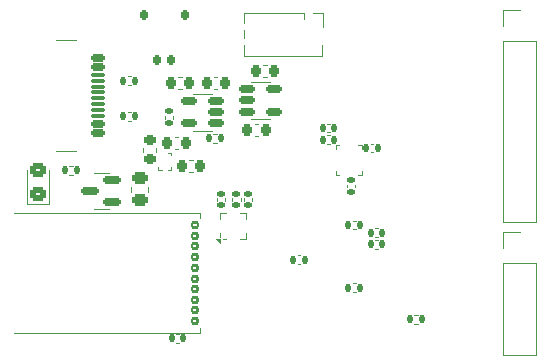
<source format=gbr>
%TF.GenerationSoftware,KiCad,Pcbnew,9.0.1+1*%
%TF.CreationDate,2025-09-07T08:19:20+00:00*%
%TF.ProjectId,ZSWatch-Heartrate-DevKit,5a535761-7463-4682-9d48-656172747261,1.3.0*%
%TF.SameCoordinates,Original*%
%TF.FileFunction,Legend,Top*%
%TF.FilePolarity,Positive*%
%FSLAX46Y46*%
G04 Gerber Fmt 4.6, Leading zero omitted, Abs format (unit mm)*
G04 Created by KiCad (PCBNEW 9.0.1+1) date 2025-09-07 08:19:20*
%MOMM*%
%LPD*%
G01*
G04 APERTURE LIST*
G04 Aperture macros list*
%AMRoundRect*
0 Rectangle with rounded corners*
0 $1 Rounding radius*
0 $2 $3 $4 $5 $6 $7 $8 $9 X,Y pos of 4 corners*
0 Add a 4 corners polygon primitive as box body*
4,1,4,$2,$3,$4,$5,$6,$7,$8,$9,$2,$3,0*
0 Add four circle primitives for the rounded corners*
1,1,$1+$1,$2,$3*
1,1,$1+$1,$4,$5*
1,1,$1+$1,$6,$7*
1,1,$1+$1,$8,$9*
0 Add four rect primitives between the rounded corners*
20,1,$1+$1,$2,$3,$4,$5,0*
20,1,$1+$1,$4,$5,$6,$7,0*
20,1,$1+$1,$6,$7,$8,$9,0*
20,1,$1+$1,$8,$9,$2,$3,0*%
%AMOutline4P*
0 Free polygon, 4 corners , with rotation*
0 The origin of the aperture is its center*
0 number of corners: always 4*
0 $1 to $8 corner X, Y*
0 $9 Rotation angle, in degrees counterclockwise*
0 create outline with 4 corners*
4,1,4,$1,$2,$3,$4,$5,$6,$7,$8,$1,$2,$9*%
G04 Aperture macros list end*
%ADD10C,0.100000*%
%ADD11C,0.120000*%
%ADD12RoundRect,0.225000X-0.225000X-0.250000X0.225000X-0.250000X0.225000X0.250000X-0.225000X0.250000X0*%
%ADD13RoundRect,0.140000X-0.140000X-0.170000X0.140000X-0.170000X0.140000X0.170000X-0.140000X0.170000X0*%
%ADD14RoundRect,0.140000X0.170000X-0.140000X0.170000X0.140000X-0.170000X0.140000X-0.170000X-0.140000X0*%
%ADD15RoundRect,0.250000X0.450000X-0.262500X0.450000X0.262500X-0.450000X0.262500X-0.450000X-0.262500X0*%
%ADD16C,0.330000*%
%ADD17C,0.650000*%
%ADD18RoundRect,0.150000X-0.425000X0.150000X-0.425000X-0.150000X0.425000X-0.150000X0.425000X0.150000X0*%
%ADD19RoundRect,0.075000X-0.500000X0.075000X-0.500000X-0.075000X0.500000X-0.075000X0.500000X0.075000X0*%
%ADD20O,2.100000X1.000000*%
%ADD21O,1.800000X1.000000*%
%ADD22RoundRect,0.135000X0.135000X0.185000X-0.135000X0.185000X-0.135000X-0.185000X0.135000X-0.185000X0*%
%ADD23R,1.700000X1.700000*%
%ADD24C,1.700000*%
%ADD25RoundRect,0.135000X0.185000X-0.135000X0.185000X0.135000X-0.185000X0.135000X-0.185000X-0.135000X0*%
%ADD26RoundRect,0.140000X0.140000X0.170000X-0.140000X0.170000X-0.140000X-0.170000X0.140000X-0.170000X0*%
%ADD27R,1.000000X1.000000*%
%ADD28C,1.000000*%
%ADD29RoundRect,0.250000X0.450000X-0.325000X0.450000X0.325000X-0.450000X0.325000X-0.450000X-0.325000X0*%
%ADD30R,1.140000X0.575000*%
%ADD31R,0.200000X0.700000*%
%ADD32Outline4P,-0.360000X-0.180000X0.360000X-0.180000X0.000000X0.180000X0.000000X0.180000X315.000000*%
%ADD33R,0.700000X0.200000*%
%ADD34Outline4P,-0.360000X-0.180000X0.360000X-0.180000X0.000000X0.180000X0.000000X0.180000X45.000000*%
%ADD35Outline4P,-0.360000X-0.180000X0.360000X-0.180000X0.000000X0.180000X0.000000X0.180000X135.000000*%
%ADD36Outline4P,-0.360000X-0.180000X0.360000X-0.180000X0.000000X0.180000X0.000000X0.180000X225.000000*%
%ADD37R,1.701800X1.701800*%
%ADD38RoundRect,0.150000X0.587500X0.150000X-0.587500X0.150000X-0.587500X-0.150000X0.587500X-0.150000X0*%
%ADD39R,1.300000X1.500000*%
%ADD40R,0.350000X0.375000*%
%ADD41R,0.375000X0.350000*%
%ADD42RoundRect,0.150000X-0.512500X-0.150000X0.512500X-0.150000X0.512500X0.150000X-0.512500X0.150000X0*%
%ADD43RoundRect,0.303200X-0.000010X-0.000010X0.000010X-0.000010X0.000010X0.000010X-0.000010X0.000010X0*%
%ADD44RoundRect,0.304800X-0.000010X-0.000010X0.000010X-0.000010X0.000010X0.000010X-0.000010X0.000010X0*%
%ADD45RoundRect,0.101600X-0.228600X-0.203200X0.228600X-0.203200X0.228600X0.203200X-0.228600X0.203200X0*%
%ADD46RoundRect,0.101600X-0.231500X-0.203200X0.231500X-0.203200X0.231500X0.203200X-0.231500X0.203200X0*%
%ADD47RoundRect,0.225000X0.225000X0.250000X-0.225000X0.250000X-0.225000X-0.250000X0.225000X-0.250000X0*%
%ADD48RoundRect,0.140000X-0.170000X0.140000X-0.170000X-0.140000X0.170000X-0.140000X0.170000X0.140000X0*%
%ADD49RoundRect,0.135000X-0.135000X-0.185000X0.135000X-0.185000X0.135000X0.185000X-0.135000X0.185000X0*%
%ADD50RoundRect,0.150000X0.512500X0.150000X-0.512500X0.150000X-0.512500X-0.150000X0.512500X-0.150000X0*%
%ADD51RoundRect,0.218750X-0.256250X0.218750X-0.256250X-0.218750X0.256250X-0.218750X0.256250X0.218750X0*%
%ADD52RoundRect,0.150000X0.150000X0.275000X-0.150000X0.275000X-0.150000X-0.275000X0.150000X-0.275000X0*%
%ADD53RoundRect,0.175000X0.175000X0.225000X-0.175000X0.225000X-0.175000X-0.225000X0.175000X-0.225000X0*%
%ADD54C,0.290000*%
G04 APERTURE END LIST*
D10*
X196200000Y-150375000D02*
X196200000Y-150125000D01*
X198100000Y-164125000D02*
X182850000Y-164125000D01*
X195950000Y-148875000D02*
X196200000Y-148875000D01*
X195100000Y-150075000D02*
X195100000Y-150375000D01*
X198100000Y-154025000D02*
X182850000Y-154025000D01*
X196200000Y-149075000D02*
X196200000Y-148875000D01*
X195100000Y-150375000D02*
X195400000Y-150375000D01*
X195950000Y-150375000D02*
X196200000Y-150375000D01*
D11*
%TO.C,C401*%
X196484420Y-147515000D02*
X196765580Y-147515000D01*
X196484420Y-148535000D02*
X196765580Y-148535000D01*
%TO.C,C412*%
X213072164Y-148115000D02*
X213287836Y-148115000D01*
X213072164Y-148835000D02*
X213287836Y-148835000D01*
%TO.C,C416*%
X200040000Y-152747164D02*
X200040000Y-152962836D01*
X200760000Y-152747164D02*
X200760000Y-152962836D01*
%TO.C,R403*%
X192775000Y-152202064D02*
X192775000Y-151747936D01*
X194245000Y-152202064D02*
X194245000Y-151747936D01*
%TO.C,X401*%
X186425000Y-139360000D02*
X188125000Y-139360000D01*
X186425000Y-148700000D02*
X188125000Y-148700000D01*
%TO.C,R401*%
X187853641Y-149970000D02*
X187546359Y-149970000D01*
X187853641Y-150730000D02*
X187546359Y-150730000D01*
%TO.C,R409*%
X211853641Y-154620000D02*
X211546359Y-154620000D01*
X211853641Y-155380000D02*
X211546359Y-155380000D01*
%TO.C,J402*%
X224320000Y-136755000D02*
X225700000Y-136755000D01*
X224320000Y-138135000D02*
X224320000Y-136755000D01*
X224320000Y-139405000D02*
X224320000Y-154755000D01*
X224320000Y-139405000D02*
X227080000Y-139405000D01*
X224320000Y-154755000D02*
X227080000Y-154755000D01*
X227080000Y-139405000D02*
X227080000Y-154755000D01*
%TO.C,C410*%
X213472164Y-155290000D02*
X213687836Y-155290000D01*
X213472164Y-156010000D02*
X213687836Y-156010000D01*
%TO.C,R406*%
X195620000Y-146043641D02*
X195620000Y-145736359D01*
X196380000Y-146043641D02*
X196380000Y-145736359D01*
%TO.C,C411*%
X201340000Y-152747164D02*
X201340000Y-152962836D01*
X202060000Y-152747164D02*
X202060000Y-152962836D01*
%TO.C,C408*%
X213462164Y-156290000D02*
X213677836Y-156290000D01*
X213462164Y-157010000D02*
X213677836Y-157010000D01*
%TO.C,C409*%
X207107836Y-157565000D02*
X206892164Y-157565000D01*
X207107836Y-158285000D02*
X206892164Y-158285000D01*
%TO.C,J401*%
X224320000Y-155595000D02*
X225700000Y-155595000D01*
X224320000Y-156975000D02*
X224320000Y-155595000D01*
X224320000Y-158245000D02*
X224320000Y-165975000D01*
X224320000Y-158245000D02*
X227080000Y-158245000D01*
X224320000Y-165975000D02*
X227080000Y-165975000D01*
X227080000Y-158245000D02*
X227080000Y-165975000D01*
%TO.C,X403*%
X202375000Y-137020000D02*
X202375000Y-137882077D01*
X202375000Y-138517923D02*
X202375000Y-139152077D01*
X202375000Y-139787923D02*
X202375000Y-140650000D01*
X207390000Y-137020000D02*
X202375000Y-137020000D01*
X207390000Y-137020000D02*
X207390000Y-137533292D01*
X208200000Y-137020000D02*
X209010000Y-137020000D01*
X208945000Y-139787923D02*
X208945000Y-140650000D01*
X208945000Y-140650000D02*
X202375000Y-140650000D01*
X209010000Y-137020000D02*
X209010000Y-138200000D01*
%TO.C,D401*%
X183940000Y-150375000D02*
X183940000Y-153235000D01*
X183940000Y-153235000D02*
X185860000Y-153235000D01*
X185860000Y-153235000D02*
X185860000Y-150375000D01*
%TO.C,C417*%
X209607836Y-146415000D02*
X209392164Y-146415000D01*
X209607836Y-147135000D02*
X209392164Y-147135000D01*
%TO.C,Q401*%
X190262500Y-150565000D02*
X189612500Y-150565000D01*
X190262500Y-150565000D02*
X190912500Y-150565000D01*
X190262500Y-153685000D02*
X189612500Y-153685000D01*
X190262500Y-153685000D02*
X190912500Y-153685000D01*
%TO.C,C406*%
X196807836Y-164240000D02*
X196592164Y-164240000D01*
X196807836Y-164960000D02*
X196592164Y-164960000D01*
%TO.C,R405*%
X192803641Y-145400000D02*
X192496359Y-145400000D01*
X192803641Y-146160000D02*
X192496359Y-146160000D01*
%TO.C,IC406*%
X200337500Y-154005000D02*
X200337500Y-154505000D01*
X200337500Y-156005000D02*
X200337500Y-155705000D01*
X200337500Y-156205000D02*
X200337500Y-156205000D01*
X200537500Y-156205000D02*
X200837500Y-156205000D01*
X200837500Y-154005000D02*
X200337500Y-154005000D01*
X200837500Y-154005000D02*
X200837500Y-154005000D01*
X202037500Y-156205000D02*
X202037500Y-156205000D01*
X202037500Y-156205000D02*
X202537500Y-156205000D01*
X202537500Y-154005000D02*
X202037500Y-154005000D01*
X202537500Y-154505000D02*
X202537500Y-154005000D01*
X202537500Y-154505000D02*
X202537500Y-154505000D01*
X202537500Y-156205000D02*
X202537500Y-155705000D01*
X200337500Y-156565000D02*
X199977500Y-156205000D01*
X200337500Y-156205000D01*
X200337500Y-156565000D01*
G36*
X200337500Y-156565000D02*
G01*
X199977500Y-156205000D01*
X200337500Y-156205000D01*
X200337500Y-156565000D01*
G37*
%TO.C,C414*%
X202340000Y-152747164D02*
X202340000Y-152962836D01*
X203060000Y-152747164D02*
X203060000Y-152962836D01*
%TO.C,IC401*%
X203762500Y-142890000D02*
X202962500Y-142890000D01*
X203762500Y-142890000D02*
X204562500Y-142890000D01*
X203762500Y-146010000D02*
X202962500Y-146010000D01*
X203762500Y-146010000D02*
X204562500Y-146010000D01*
D10*
%TO.C,M401*%
X198200000Y-154025000D02*
X198600000Y-154025000D01*
X198200000Y-164125000D02*
X198600000Y-164125000D01*
X198600000Y-154025000D02*
X198600000Y-154425000D01*
X198600000Y-164125000D02*
X198600000Y-163725000D01*
D11*
%TO.C,R407*%
X200053641Y-147295000D02*
X199746359Y-147295000D01*
X200053641Y-148055000D02*
X199746359Y-148055000D01*
%TO.C,C404*%
X204265580Y-141440000D02*
X203984420Y-141440000D01*
X204265580Y-142460000D02*
X203984420Y-142460000D01*
%TO.C,C407*%
X199809420Y-142440000D02*
X200090580Y-142440000D01*
X199809420Y-143460000D02*
X200090580Y-143460000D01*
%TO.C,C413*%
X211040000Y-151587164D02*
X211040000Y-151802836D01*
X211760000Y-151587164D02*
X211760000Y-151802836D01*
%TO.C,R402*%
X217053641Y-162595000D02*
X216746359Y-162595000D01*
X217053641Y-163355000D02*
X216746359Y-163355000D01*
%TO.C,C415*%
X209607836Y-147415000D02*
X209392164Y-147415000D01*
X209607836Y-148135000D02*
X209392164Y-148135000D01*
%TO.C,R404*%
X192496359Y-142400000D02*
X192803641Y-142400000D01*
X192496359Y-143160000D02*
X192803641Y-143160000D01*
%TO.C,IC403*%
X198837500Y-143890000D02*
X198037500Y-143890000D01*
X198837500Y-143890000D02*
X199637500Y-143890000D01*
X198837500Y-147010000D02*
X198037500Y-147010000D01*
X198837500Y-147010000D02*
X199637500Y-147010000D01*
%TO.C,L401*%
X193840000Y-148462221D02*
X193840000Y-148787779D01*
X194860000Y-148462221D02*
X194860000Y-148787779D01*
%TO.C,R408*%
X211546359Y-159920000D02*
X211853641Y-159920000D01*
X211546359Y-160680000D02*
X211853641Y-160680000D01*
%TO.C,C403*%
X197734420Y-149515000D02*
X198015580Y-149515000D01*
X197734420Y-150535000D02*
X198015580Y-150535000D01*
D10*
%TO.C,IC405*%
X210100000Y-148225000D02*
X210100000Y-148525000D01*
X210100000Y-150725000D02*
X210100000Y-150425000D01*
X210400000Y-148225000D02*
X210100000Y-148225000D01*
X210400000Y-150725000D02*
X210100000Y-150725000D01*
X212000000Y-148225000D02*
X212300000Y-148225000D01*
X212000000Y-150725000D02*
X212300000Y-150725000D01*
X212300000Y-148225000D02*
X212300000Y-148525000D01*
X212300000Y-150725000D02*
X212300000Y-150425000D01*
D11*
%TO.C,C402*%
X203259420Y-146440000D02*
X203540580Y-146440000D01*
X203259420Y-147460000D02*
X203540580Y-147460000D01*
%TO.C,C405*%
X197065580Y-142440000D02*
X196784420Y-142440000D01*
X197065580Y-143460000D02*
X196784420Y-143460000D01*
%TD*%
%LPC*%
D12*
%TO.C,C401*%
X195850000Y-148025000D03*
X197400000Y-148025000D03*
%TD*%
D13*
%TO.C,C412*%
X212700000Y-148475000D03*
X213660000Y-148475000D03*
%TD*%
D14*
%TO.C,C416*%
X200400000Y-153335000D03*
X200400000Y-152375000D03*
%TD*%
D15*
%TO.C,R403*%
X193510000Y-152887500D03*
X193510000Y-151062500D03*
%TD*%
D16*
%TO.C,IC402*%
X195450000Y-149225000D03*
X195850000Y-149225000D03*
X195450000Y-149625000D03*
X195850000Y-149625000D03*
X195450000Y-150025000D03*
X195850000Y-150025000D03*
%TD*%
D17*
%TO.C,X401*%
X188930000Y-141140000D03*
X188930000Y-146920000D03*
D18*
X190005000Y-140830000D03*
X190005000Y-141630000D03*
D19*
X190005000Y-142780000D03*
X190005000Y-143780000D03*
X190005000Y-144280000D03*
X190005000Y-145280000D03*
D18*
X190005000Y-146430000D03*
X190005000Y-147230000D03*
X190005000Y-147230000D03*
X190005000Y-146430000D03*
D19*
X190005000Y-145780000D03*
X190005000Y-144780000D03*
X190005000Y-143280000D03*
X190005000Y-142280000D03*
D18*
X190005000Y-141630000D03*
X190005000Y-140830000D03*
D20*
X189430000Y-139710000D03*
D21*
X185250000Y-139710000D03*
D20*
X189430000Y-148350000D03*
D21*
X185250000Y-148350000D03*
%TD*%
D22*
%TO.C,R401*%
X188210000Y-150350000D03*
X187190000Y-150350000D03*
%TD*%
%TO.C,R409*%
X212210000Y-155000000D03*
X211190000Y-155000000D03*
%TD*%
D23*
%TO.C,J402*%
X225700000Y-138135000D03*
D24*
X225700000Y-140675000D03*
X225700000Y-143215000D03*
X225700000Y-145755000D03*
X225700000Y-148295000D03*
X225700000Y-150835000D03*
X225700000Y-153375000D03*
%TD*%
D13*
%TO.C,C410*%
X213100000Y-155650000D03*
X214060000Y-155650000D03*
%TD*%
D25*
%TO.C,R406*%
X196000000Y-146400000D03*
X196000000Y-145380000D03*
%TD*%
D14*
%TO.C,C411*%
X201700000Y-153335000D03*
X201700000Y-152375000D03*
%TD*%
D13*
%TO.C,C408*%
X213090000Y-156650000D03*
X214050000Y-156650000D03*
%TD*%
D26*
%TO.C,C409*%
X207480000Y-157925000D03*
X206520000Y-157925000D03*
%TD*%
D23*
%TO.C,J401*%
X225700000Y-156975000D03*
D24*
X225700000Y-159515000D03*
X225700000Y-162055000D03*
X225700000Y-164595000D03*
%TD*%
D27*
%TO.C,X403*%
X208200000Y-138200000D03*
D28*
X208200000Y-139470000D03*
X206930000Y-138200000D03*
X206930000Y-139470000D03*
X205660000Y-138200000D03*
X205660000Y-139470000D03*
X204390000Y-138200000D03*
X204390000Y-139470000D03*
X203120000Y-138200000D03*
X203120000Y-139470000D03*
%TD*%
D29*
%TO.C,D401*%
X184900000Y-152400000D03*
X184900000Y-150350000D03*
%TD*%
D30*
%TO.C,Y401*%
X213500000Y-158687500D03*
X213500000Y-157862500D03*
%TD*%
D26*
%TO.C,C417*%
X209980000Y-146775000D03*
X209020000Y-146775000D03*
%TD*%
D31*
%TO.C,IC404*%
X209230000Y-159050000D03*
D32*
X209010000Y-159020000D03*
D33*
X208980000Y-158800000D03*
D31*
X209630000Y-159050000D03*
X210030000Y-159050000D03*
X210430000Y-159050000D03*
X210830000Y-159050000D03*
X211230000Y-159050000D03*
X211630000Y-159050000D03*
D34*
X211850000Y-159020000D03*
D33*
X211880000Y-158800000D03*
X211880000Y-158400000D03*
X211880000Y-158000000D03*
X211880000Y-157600000D03*
X211880000Y-157200000D03*
X211880000Y-156800000D03*
X211880000Y-156400000D03*
D35*
X211850000Y-156180000D03*
D31*
X211630000Y-156150000D03*
X211230000Y-156150000D03*
X210830000Y-156150000D03*
X210430000Y-156150000D03*
X210030000Y-156150000D03*
X209630000Y-156150000D03*
D33*
X208980000Y-156400000D03*
D36*
X209010000Y-156180000D03*
D31*
X209230000Y-156150000D03*
D33*
X208980000Y-156800000D03*
X208980000Y-157200000D03*
X208980000Y-157600000D03*
X208980000Y-158000000D03*
X208980000Y-158400000D03*
D37*
X210430000Y-157600000D03*
%TD*%
D38*
%TO.C,Q401*%
X191200000Y-153075000D03*
X191200000Y-151175000D03*
X189325000Y-152125000D03*
%TD*%
D26*
%TO.C,C406*%
X197180000Y-164600000D03*
X196220000Y-164600000D03*
%TD*%
D22*
%TO.C,R405*%
X193160000Y-145780000D03*
X192140000Y-145780000D03*
%TD*%
D39*
%TO.C,SW401*%
X215600000Y-161500000D03*
X220100000Y-161500000D03*
X215600000Y-153550000D03*
X220100000Y-153550000D03*
%TD*%
D40*
%TO.C,IC406*%
X200687500Y-155867500D03*
X201187500Y-155867500D03*
X201687500Y-155867500D03*
X202187500Y-155867500D03*
D41*
X202200000Y-155355000D03*
X202200000Y-154855000D03*
D40*
X202187500Y-154342500D03*
X201687500Y-154342500D03*
X201187500Y-154342500D03*
X200687500Y-154342500D03*
D41*
X200675000Y-154855000D03*
X200675000Y-155355000D03*
%TD*%
D14*
%TO.C,C414*%
X202700000Y-153335000D03*
X202700000Y-152375000D03*
%TD*%
D42*
%TO.C,IC401*%
X202625000Y-143500000D03*
X202625000Y-144450000D03*
X202625000Y-145400000D03*
X204900000Y-145400000D03*
X204900000Y-143500000D03*
%TD*%
D43*
%TO.C,M401*%
X190817600Y-163113600D03*
X192621000Y-163113600D03*
D44*
X198005800Y-163113600D03*
D45*
X198234400Y-163113600D03*
D43*
X190817600Y-162224600D03*
X191706600Y-162224600D03*
X192621000Y-162224600D03*
X193510000Y-162224600D03*
X194399000Y-162224600D03*
X195313400Y-162224600D03*
X196202400Y-162224600D03*
X197116800Y-162224600D03*
D44*
X198005800Y-162224600D03*
D45*
X198234400Y-162224600D03*
D43*
X197116800Y-161335600D03*
D44*
X198005800Y-161335600D03*
D45*
X198234400Y-161335600D03*
D43*
X190817600Y-160421200D03*
X197116800Y-160421200D03*
D44*
X198005800Y-160421200D03*
D45*
X198234400Y-160421200D03*
D43*
X190817600Y-159532200D03*
X197116800Y-159532200D03*
D44*
X198005800Y-159532200D03*
D45*
X198234400Y-159532200D03*
D43*
X190817600Y-158617800D03*
X197116800Y-158617800D03*
D44*
X198005800Y-158617800D03*
D45*
X198234400Y-158617800D03*
D43*
X191706600Y-157728800D03*
X197116800Y-157728800D03*
D44*
X198005800Y-157728800D03*
D45*
X198234400Y-157728800D03*
D43*
X191706600Y-156814400D03*
X197116800Y-156814400D03*
D44*
X198005800Y-156814400D03*
D45*
X198234400Y-156814400D03*
D43*
X191706600Y-155925400D03*
X192621000Y-155925400D03*
X193510000Y-155925400D03*
X194399000Y-155925400D03*
X195313400Y-155925400D03*
X196202400Y-155925400D03*
X197116800Y-155925400D03*
D44*
X198005800Y-155925400D03*
D45*
X198234400Y-155925400D03*
D43*
X191706600Y-155036400D03*
X192621000Y-155036400D03*
X193510000Y-155036400D03*
X194399000Y-155036400D03*
X195313400Y-155036400D03*
X196202400Y-155036400D03*
X197116800Y-155036400D03*
D44*
X198005800Y-155036400D03*
D46*
X198231500Y-155036400D03*
%TD*%
D22*
%TO.C,R407*%
X200410000Y-147675000D03*
X199390000Y-147675000D03*
%TD*%
D47*
%TO.C,C404*%
X204900000Y-141950000D03*
X203350000Y-141950000D03*
%TD*%
D12*
%TO.C,C407*%
X199175000Y-142950000D03*
X200725000Y-142950000D03*
%TD*%
D48*
%TO.C,C413*%
X211400000Y-151215000D03*
X211400000Y-152175000D03*
%TD*%
D22*
%TO.C,R402*%
X217410000Y-162975000D03*
X216390000Y-162975000D03*
%TD*%
D26*
%TO.C,C415*%
X209980000Y-147775000D03*
X209020000Y-147775000D03*
%TD*%
D39*
%TO.C,SW402*%
X220100000Y-143325000D03*
X215600000Y-143325000D03*
X220100000Y-151275000D03*
X215600000Y-151275000D03*
%TD*%
D49*
%TO.C,R404*%
X192140000Y-142780000D03*
X193160000Y-142780000D03*
%TD*%
D50*
%TO.C,IC403*%
X199975000Y-146400000D03*
X199975000Y-145450000D03*
X199975000Y-144500000D03*
X197700000Y-144500000D03*
X197700000Y-146400000D03*
%TD*%
D51*
%TO.C,L401*%
X194350000Y-147837500D03*
X194350000Y-149412500D03*
%TD*%
D49*
%TO.C,R408*%
X211190000Y-160300000D03*
X212210000Y-160300000D03*
%TD*%
D12*
%TO.C,C403*%
X197100000Y-150025000D03*
X198650000Y-150025000D03*
%TD*%
D52*
%TO.C,X402*%
X196200000Y-141025000D03*
X195000000Y-141025000D03*
D53*
X197350000Y-137250000D03*
X193850000Y-137250000D03*
%TD*%
D54*
%TO.C,IC405*%
X211800000Y-148675000D03*
X211800000Y-149075000D03*
X211800000Y-149475000D03*
X211800000Y-149875000D03*
X211800000Y-150275000D03*
X211400000Y-148675000D03*
X211400000Y-149075000D03*
X211400000Y-149475000D03*
X211400000Y-149875000D03*
X211400000Y-150275000D03*
X211000000Y-148675000D03*
X211000000Y-149075000D03*
X211000000Y-149475000D03*
X211000000Y-149875000D03*
X211000000Y-150275000D03*
X210600000Y-148675000D03*
X210600000Y-149075000D03*
X210600000Y-149475000D03*
X210600000Y-149875000D03*
X210600000Y-150275000D03*
%TD*%
D12*
%TO.C,C402*%
X202625000Y-146950000D03*
X204175000Y-146950000D03*
%TD*%
D47*
%TO.C,C405*%
X197700000Y-142950000D03*
X196150000Y-142950000D03*
%TD*%
%LPD*%
M02*

</source>
